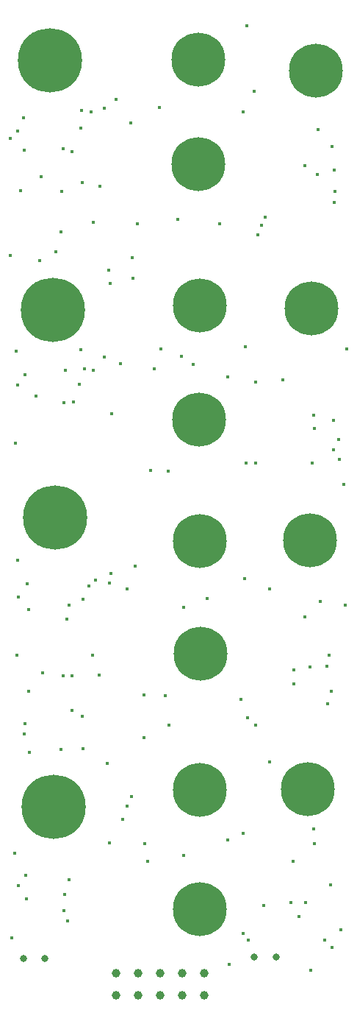
<source format=gbr>
%TF.GenerationSoftware,KiCad,Pcbnew,(6.0.2-0)*%
%TF.CreationDate,2022-04-19T15:29:32+02:00*%
%TF.ProjectId,blindeTaube,626c696e-6465-4546-9175-62652e6b6963,rev?*%
%TF.SameCoordinates,Original*%
%TF.FileFunction,Plated,1,2,PTH,Drill*%
%TF.FilePolarity,Positive*%
%FSLAX46Y46*%
G04 Gerber Fmt 4.6, Leading zero omitted, Abs format (unit mm)*
G04 Created by KiCad (PCBNEW (6.0.2-0)) date 2022-04-19 15:29:32*
%MOMM*%
%LPD*%
G01*
G04 APERTURE LIST*
%TA.AperFunction,ViaDrill*%
%ADD10C,0.400000*%
%TD*%
%TA.AperFunction,ComponentDrill*%
%ADD11C,0.800000*%
%TD*%
%TA.AperFunction,ComponentDrill*%
%ADD12C,1.000000*%
%TD*%
%TA.AperFunction,ComponentDrill*%
%ADD13C,6.200000*%
%TD*%
%TA.AperFunction,ComponentDrill*%
%ADD14C,7.400000*%
%TD*%
G04 APERTURE END LIST*
D10*
X51375000Y-55850000D03*
X51400000Y-42400000D03*
X51562000Y-134366000D03*
X51900000Y-124600000D03*
X51950000Y-77500000D03*
X52050000Y-66850000D03*
X52150000Y-101825000D03*
X52200000Y-90925000D03*
X52240498Y-41550000D03*
X52250000Y-70800000D03*
X52280801Y-128380801D03*
X52301151Y-95184949D03*
X52565900Y-48412400D03*
X52910943Y-40035298D03*
X53000000Y-110875000D03*
X53025000Y-43775000D03*
X53050000Y-109700000D03*
X53086000Y-69570600D03*
X53200000Y-127200000D03*
X53223952Y-129849354D03*
X53356240Y-93607837D03*
X53462908Y-96582806D03*
X53500000Y-106000000D03*
X53600000Y-113050000D03*
X54305200Y-72034400D03*
X54764583Y-56479627D03*
X54940200Y-46837600D03*
X55100000Y-103900000D03*
X56642352Y-55448200D03*
X57200800Y-53192380D03*
X57200800Y-112674400D03*
X57275000Y-48525000D03*
X57454800Y-104216200D03*
X57500000Y-43633100D03*
X57531000Y-72821800D03*
X57550000Y-131250000D03*
X57674500Y-129374500D03*
X57700000Y-69100000D03*
X57912000Y-97713800D03*
X58013600Y-132384800D03*
X58111250Y-127711250D03*
X58166000Y-96113600D03*
X58470800Y-108166500D03*
X58500000Y-43900000D03*
X58516295Y-104232815D03*
X58623200Y-72694800D03*
X59371900Y-70714338D03*
X59512200Y-41198800D03*
X59525000Y-66725000D03*
X59625000Y-39229700D03*
X59643499Y-47502299D03*
X59649711Y-108884547D03*
X59782784Y-112625500D03*
X59794346Y-95390016D03*
X59944000Y-68935600D03*
X60426600Y-93853000D03*
X60706000Y-39370000D03*
X60879501Y-101824301D03*
X60985400Y-52028340D03*
X60985400Y-69056300D03*
X61189607Y-93207379D03*
X61595000Y-104140000D03*
X61722000Y-47955200D03*
X62200000Y-38950000D03*
X62204600Y-67564000D03*
X62550000Y-114300000D03*
X62738000Y-57607200D03*
X62810204Y-93569604D03*
X62850000Y-123450000D03*
X62915800Y-59105800D03*
X62966600Y-92481400D03*
X63042800Y-74091800D03*
X63550000Y-37950000D03*
X64058800Y-68350000D03*
X64325500Y-120701488D03*
X64800000Y-119200000D03*
X64820800Y-94208600D03*
X65250000Y-40600000D03*
X65350000Y-118100000D03*
X65461243Y-56098440D03*
X65498389Y-58494958D03*
X65800000Y-91600000D03*
X66040000Y-52197000D03*
X66800000Y-106450000D03*
X66800000Y-111300000D03*
X66850000Y-123524500D03*
X67250000Y-125550000D03*
X67530700Y-80602100D03*
X68000000Y-68900000D03*
X68580000Y-38887400D03*
X68750000Y-66650000D03*
X69253700Y-106500000D03*
X69625000Y-80650620D03*
X69650000Y-109925000D03*
X70679800Y-51697400D03*
X71145400Y-67487800D03*
X71350000Y-96350000D03*
X71375000Y-124850000D03*
X72460500Y-68427600D03*
X74066400Y-95351600D03*
X75488800Y-52197000D03*
X76400000Y-123075000D03*
X76425000Y-69825000D03*
X76606400Y-137452700D03*
X78000000Y-106975000D03*
X78181200Y-133858000D03*
X78200000Y-122350000D03*
X78206600Y-39395400D03*
X78411529Y-93028819D03*
X78450000Y-66400000D03*
X78525000Y-79750000D03*
X78675000Y-29450000D03*
X78765400Y-109067600D03*
X78841600Y-134620000D03*
X79527400Y-37007800D03*
X79650000Y-70400000D03*
X79654400Y-109855000D03*
X79675000Y-79725000D03*
X79900000Y-53550000D03*
X80300000Y-52425000D03*
X80575000Y-130650000D03*
X80775000Y-51475000D03*
X81250000Y-94200000D03*
X81300000Y-114150000D03*
X82790166Y-70205970D03*
X83750000Y-130325000D03*
X83950000Y-125575000D03*
X84023200Y-103530400D03*
X84026900Y-105126900D03*
X84650000Y-131950000D03*
X85351766Y-45536409D03*
X85369400Y-97434400D03*
X85400000Y-130275000D03*
X85928200Y-103225600D03*
X86050000Y-138100000D03*
X86137000Y-79768100D03*
X86325000Y-74275000D03*
X86350000Y-121850500D03*
X86409505Y-75797500D03*
X86450000Y-123525000D03*
X86741000Y-46558200D03*
X86868000Y-41402000D03*
X87096600Y-95707200D03*
X87575000Y-134600000D03*
X87909400Y-103124000D03*
X87960200Y-107442000D03*
X88138000Y-101879400D03*
X88300000Y-128300000D03*
X88375000Y-106000000D03*
X88429500Y-43307000D03*
X88442800Y-135483600D03*
X88595200Y-74879200D03*
X88620600Y-78232000D03*
X88680160Y-46032842D03*
X88722200Y-49758600D03*
X88773000Y-48488600D03*
X89200000Y-77050000D03*
X89325000Y-79300000D03*
X89500000Y-133450000D03*
X89825000Y-82175000D03*
X89975000Y-96100000D03*
X90170000Y-66649600D03*
D11*
%TO.C,C22*%
X52896888Y-136753600D03*
X55396888Y-136753600D03*
%TO.C,C21*%
X79527913Y-136601200D03*
X82027913Y-136601200D03*
D12*
%TO.C,J13*%
X63545800Y-138425000D03*
X63545800Y-140965000D03*
X66085800Y-138425000D03*
X66085800Y-140965000D03*
X68625800Y-138425000D03*
X68625800Y-140965000D03*
X71165800Y-138425000D03*
X71165800Y-140965000D03*
X73705800Y-138425000D03*
X73705800Y-140965000D03*
D13*
%TO.C,J2*%
X73070000Y-33325000D03*
%TO.C,J6*%
X73072900Y-45364400D03*
%TO.C,J7*%
X73131600Y-74726800D03*
%TO.C,J5*%
X73182400Y-61620400D03*
%TO.C,J10*%
X73233200Y-117373400D03*
%TO.C,J12*%
X73233200Y-131038600D03*
%TO.C,J8*%
X73250700Y-88696800D03*
%TO.C,J11*%
X73326900Y-101701600D03*
%TO.C,J9*%
X85652501Y-117253000D03*
%TO.C,J4*%
X85952501Y-88628000D03*
%TO.C,J3*%
X86075000Y-62005000D03*
%TO.C,J1*%
X86614000Y-34666000D03*
D14*
%TO.C,RV1*%
X55950000Y-33472500D03*
%TO.C,RV2*%
X56295800Y-62113800D03*
%TO.C,RV4*%
X56336800Y-119285700D03*
%TO.C,RV3*%
X56565800Y-85979000D03*
M02*

</source>
